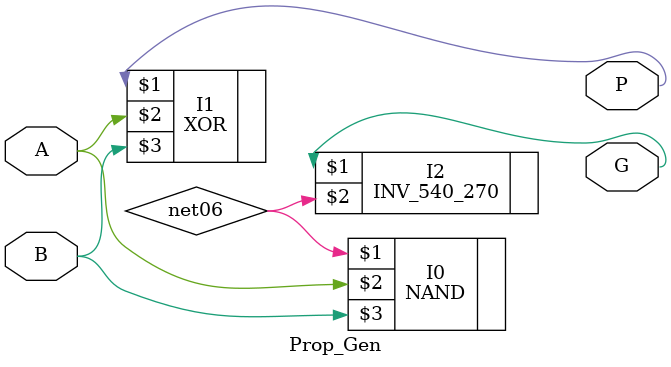
<source format=v>
`timescale 1ns / 1ns 

module Prop_Gen ( G, P, A, B );
output  G, P;

input  A, B;


specify 
    specparam CDS_LIBNAME  = "ECE555";
    specparam CDS_CELLNAME = "Prop_Gen";
    specparam CDS_VIEWNAME = "schematic";
endspecify

NAND I0 ( net06, A, B);
XOR I1 ( P, A, B);
INV_540_270 I2 ( G, net06);

endmodule

</source>
